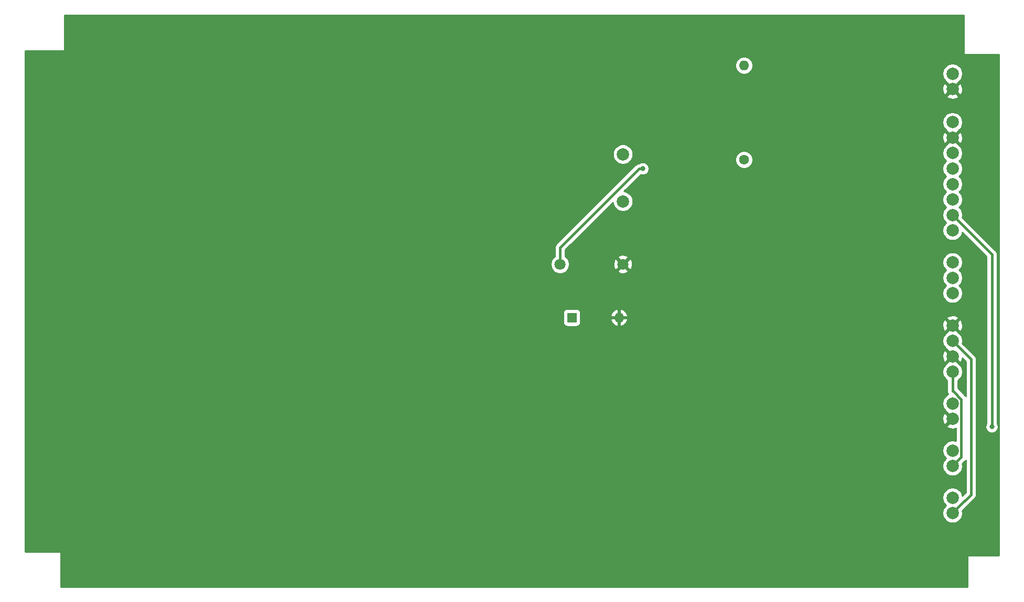
<source format=gbl>
G04 #@! TF.GenerationSoftware,KiCad,Pcbnew,(5.1.5)-3*
G04 #@! TF.CreationDate,2020-04-06T18:20:06+01:00*
G04 #@! TF.ProjectId,SafeBoard,53616665-426f-4617-9264-2e6b69636164,rev?*
G04 #@! TF.SameCoordinates,Original*
G04 #@! TF.FileFunction,Copper,L2,Bot*
G04 #@! TF.FilePolarity,Positive*
%FSLAX46Y46*%
G04 Gerber Fmt 4.6, Leading zero omitted, Abs format (unit mm)*
G04 Created by KiCad (PCBNEW (5.1.5)-3) date 2020-04-06 18:20:06*
%MOMM*%
%LPD*%
G04 APERTURE LIST*
%ADD10R,1.600000X1.600000*%
%ADD11O,1.600000X1.600000*%
%ADD12C,2.000000*%
%ADD13C,1.600000*%
%ADD14C,1.800000*%
%ADD15C,0.800000*%
%ADD16C,0.450000*%
%ADD17C,0.254000*%
G04 APERTURE END LIST*
D10*
X144742000Y-97432000D03*
D11*
X152362000Y-97432000D03*
D12*
X206210000Y-60475000D03*
X206210000Y-57975000D03*
X206210000Y-83335000D03*
X206210000Y-80835000D03*
X206210000Y-78335000D03*
X206210000Y-75835000D03*
X206210000Y-73335000D03*
X206210000Y-68335000D03*
X206210000Y-65835000D03*
X206210000Y-70835000D03*
X206210000Y-93495000D03*
X206210000Y-90995000D03*
X206210000Y-88495000D03*
X206210000Y-106195000D03*
X206210000Y-103695000D03*
X206210000Y-101195000D03*
X206210000Y-98695000D03*
X206210000Y-111315000D03*
X206210000Y-113815000D03*
X206210000Y-121435000D03*
X206210000Y-118935000D03*
X206210000Y-126555000D03*
X206210000Y-129055000D03*
D13*
X172555000Y-71905000D03*
D11*
X172555000Y-56665000D03*
D14*
X142837000Y-88796000D03*
X152997000Y-88796000D03*
D12*
X152997000Y-78636000D03*
X152997000Y-71016000D03*
D15*
X156188998Y-73335000D03*
X212560000Y-115085000D03*
D16*
X142837000Y-87523208D02*
X142837000Y-88796000D01*
X142837000Y-86121313D02*
X142837000Y-87523208D01*
X155623313Y-73335000D02*
X142837000Y-86121313D01*
X156188998Y-73335000D02*
X155623313Y-73335000D01*
X206210000Y-80835000D02*
X212560000Y-87185000D01*
X212560000Y-87185000D02*
X212560000Y-115085000D01*
X206210000Y-106195000D02*
X206210000Y-109353998D01*
X207209999Y-120435001D02*
X206210000Y-121435000D01*
X207635001Y-120009999D02*
X207209999Y-120435001D01*
X207635001Y-110630999D02*
X207635001Y-120009999D01*
X206358000Y-109353998D02*
X207635001Y-110630999D01*
X206210000Y-109353998D02*
X206358000Y-109353998D01*
X207209999Y-128055001D02*
X206210000Y-129055000D01*
X209200011Y-126064989D02*
X207209999Y-128055001D01*
X206210000Y-101195000D02*
X209200011Y-104185011D01*
X209200011Y-104185011D02*
X209200011Y-126064989D01*
D17*
G36*
X207988000Y-54760000D02*
G01*
X207990440Y-54784776D01*
X207997667Y-54808601D01*
X208009403Y-54830557D01*
X208025197Y-54849803D01*
X208044443Y-54865597D01*
X208066399Y-54877333D01*
X208090224Y-54884560D01*
X208115000Y-54887000D01*
X213703000Y-54887000D01*
X213703000Y-135913000D01*
X208750000Y-135913000D01*
X208725224Y-135915440D01*
X208701399Y-135922667D01*
X208679443Y-135934403D01*
X208660197Y-135950197D01*
X208644403Y-135969443D01*
X208632667Y-135991399D01*
X208625440Y-136015224D01*
X208623000Y-136040000D01*
X208623000Y-140993000D01*
X62192000Y-140993000D01*
X62192000Y-135405000D01*
X62189560Y-135380224D01*
X62182333Y-135356399D01*
X62170597Y-135334443D01*
X62154803Y-135315197D01*
X62135557Y-135299403D01*
X62113601Y-135287667D01*
X62089776Y-135280440D01*
X62065000Y-135278000D01*
X56477000Y-135278000D01*
X56477000Y-113877595D01*
X204568282Y-113877595D01*
X204612039Y-114196675D01*
X204717205Y-114501088D01*
X204810186Y-114675044D01*
X205074587Y-114770808D01*
X206030395Y-113815000D01*
X205074587Y-112859192D01*
X204810186Y-112954956D01*
X204669296Y-113244571D01*
X204587616Y-113556108D01*
X204568282Y-113877595D01*
X56477000Y-113877595D01*
X56477000Y-103757595D01*
X204568282Y-103757595D01*
X204612039Y-104076675D01*
X204717205Y-104381088D01*
X204810186Y-104555044D01*
X205074587Y-104650808D01*
X206030395Y-103695000D01*
X205074587Y-102739192D01*
X204810186Y-102834956D01*
X204669296Y-103124571D01*
X204587616Y-103436108D01*
X204568282Y-103757595D01*
X56477000Y-103757595D01*
X56477000Y-101033967D01*
X204575000Y-101033967D01*
X204575000Y-101356033D01*
X204637832Y-101671912D01*
X204761082Y-101969463D01*
X204940013Y-102237252D01*
X205167748Y-102464987D01*
X205264935Y-102529925D01*
X205254192Y-102559587D01*
X206210000Y-103515395D01*
X206224143Y-103501253D01*
X206403748Y-103680858D01*
X206389605Y-103695000D01*
X207345413Y-104650808D01*
X207609814Y-104555044D01*
X207750704Y-104265429D01*
X207815825Y-104017049D01*
X208340011Y-104541235D01*
X208340011Y-110134431D01*
X208246055Y-110019945D01*
X208213243Y-109993017D01*
X207070000Y-108849775D01*
X207070000Y-107586764D01*
X207252252Y-107464987D01*
X207479987Y-107237252D01*
X207658918Y-106969463D01*
X207782168Y-106671912D01*
X207845000Y-106356033D01*
X207845000Y-106033967D01*
X207782168Y-105718088D01*
X207658918Y-105420537D01*
X207479987Y-105152748D01*
X207252252Y-104925013D01*
X207155065Y-104860075D01*
X207165808Y-104830413D01*
X206210000Y-103874605D01*
X205254192Y-104830413D01*
X205264935Y-104860075D01*
X205167748Y-104925013D01*
X204940013Y-105152748D01*
X204761082Y-105420537D01*
X204637832Y-105718088D01*
X204575000Y-106033967D01*
X204575000Y-106356033D01*
X204637832Y-106671912D01*
X204761082Y-106969463D01*
X204940013Y-107237252D01*
X205167748Y-107464987D01*
X205350000Y-107586764D01*
X205350001Y-109311742D01*
X205345839Y-109353998D01*
X205362444Y-109522587D01*
X205411619Y-109684698D01*
X205491476Y-109834100D01*
X205496873Y-109840676D01*
X205435537Y-109866082D01*
X205167748Y-110045013D01*
X204940013Y-110272748D01*
X204761082Y-110540537D01*
X204637832Y-110838088D01*
X204575000Y-111153967D01*
X204575000Y-111476033D01*
X204637832Y-111791912D01*
X204761082Y-112089463D01*
X204940013Y-112357252D01*
X205167748Y-112584987D01*
X205264935Y-112649925D01*
X205254192Y-112679587D01*
X206210000Y-113635395D01*
X206224143Y-113621253D01*
X206403748Y-113800858D01*
X206389605Y-113815000D01*
X206403748Y-113829143D01*
X206224143Y-114008748D01*
X206210000Y-113994605D01*
X205254192Y-114950413D01*
X205349956Y-115214814D01*
X205639571Y-115355704D01*
X205951108Y-115437384D01*
X206272595Y-115456718D01*
X206591675Y-115412961D01*
X206775002Y-115349627D01*
X206775002Y-117399320D01*
X206686912Y-117362832D01*
X206371033Y-117300000D01*
X206048967Y-117300000D01*
X205733088Y-117362832D01*
X205435537Y-117486082D01*
X205167748Y-117665013D01*
X204940013Y-117892748D01*
X204761082Y-118160537D01*
X204637832Y-118458088D01*
X204575000Y-118773967D01*
X204575000Y-119096033D01*
X204637832Y-119411912D01*
X204761082Y-119709463D01*
X204940013Y-119977252D01*
X205147761Y-120185000D01*
X204940013Y-120392748D01*
X204761082Y-120660537D01*
X204637832Y-120958088D01*
X204575000Y-121273967D01*
X204575000Y-121596033D01*
X204637832Y-121911912D01*
X204761082Y-122209463D01*
X204940013Y-122477252D01*
X205167748Y-122704987D01*
X205435537Y-122883918D01*
X205733088Y-123007168D01*
X206048967Y-123070000D01*
X206371033Y-123070000D01*
X206686912Y-123007168D01*
X206984463Y-122883918D01*
X207252252Y-122704987D01*
X207479987Y-122477252D01*
X207658918Y-122209463D01*
X207782168Y-121911912D01*
X207845000Y-121596033D01*
X207845000Y-121273967D01*
X207802238Y-121058986D01*
X207847983Y-121013241D01*
X207847988Y-121013235D01*
X208213236Y-120647987D01*
X208246055Y-120621053D01*
X208340012Y-120506567D01*
X208340012Y-125708764D01*
X207813445Y-126235331D01*
X207782168Y-126078088D01*
X207658918Y-125780537D01*
X207479987Y-125512748D01*
X207252252Y-125285013D01*
X206984463Y-125106082D01*
X206686912Y-124982832D01*
X206371033Y-124920000D01*
X206048967Y-124920000D01*
X205733088Y-124982832D01*
X205435537Y-125106082D01*
X205167748Y-125285013D01*
X204940013Y-125512748D01*
X204761082Y-125780537D01*
X204637832Y-126078088D01*
X204575000Y-126393967D01*
X204575000Y-126716033D01*
X204637832Y-127031912D01*
X204761082Y-127329463D01*
X204940013Y-127597252D01*
X205147761Y-127805000D01*
X204940013Y-128012748D01*
X204761082Y-128280537D01*
X204637832Y-128578088D01*
X204575000Y-128893967D01*
X204575000Y-129216033D01*
X204637832Y-129531912D01*
X204761082Y-129829463D01*
X204940013Y-130097252D01*
X205167748Y-130324987D01*
X205435537Y-130503918D01*
X205733088Y-130627168D01*
X206048967Y-130690000D01*
X206371033Y-130690000D01*
X206686912Y-130627168D01*
X206984463Y-130503918D01*
X207252252Y-130324987D01*
X207479987Y-130097252D01*
X207658918Y-129829463D01*
X207782168Y-129531912D01*
X207845000Y-129216033D01*
X207845000Y-128893967D01*
X207802238Y-128678986D01*
X207847983Y-128633241D01*
X207847987Y-128633236D01*
X209778252Y-126702972D01*
X209811065Y-126676043D01*
X209918535Y-126545091D01*
X209998392Y-126395689D01*
X210047567Y-126233578D01*
X210060011Y-126107235D01*
X210060011Y-126107228D01*
X210064171Y-126064989D01*
X210060011Y-126022750D01*
X210060011Y-104227249D01*
X210064171Y-104185010D01*
X210060011Y-104142771D01*
X210060011Y-104142765D01*
X210047567Y-104016422D01*
X209998392Y-103854311D01*
X209918535Y-103704909D01*
X209811065Y-103573957D01*
X209778253Y-103547029D01*
X207802238Y-101571014D01*
X207845000Y-101356033D01*
X207845000Y-101033967D01*
X207782168Y-100718088D01*
X207658918Y-100420537D01*
X207479987Y-100152748D01*
X207252252Y-99925013D01*
X207155065Y-99860075D01*
X207165808Y-99830413D01*
X206210000Y-98874605D01*
X205254192Y-99830413D01*
X205264935Y-99860075D01*
X205167748Y-99925013D01*
X204940013Y-100152748D01*
X204761082Y-100420537D01*
X204637832Y-100718088D01*
X204575000Y-101033967D01*
X56477000Y-101033967D01*
X56477000Y-96632000D01*
X143303928Y-96632000D01*
X143303928Y-98232000D01*
X143316188Y-98356482D01*
X143352498Y-98476180D01*
X143411463Y-98586494D01*
X143490815Y-98683185D01*
X143587506Y-98762537D01*
X143697820Y-98821502D01*
X143817518Y-98857812D01*
X143942000Y-98870072D01*
X145542000Y-98870072D01*
X145666482Y-98857812D01*
X145786180Y-98821502D01*
X145896494Y-98762537D01*
X145993185Y-98683185D01*
X146072537Y-98586494D01*
X146131502Y-98476180D01*
X146167812Y-98356482D01*
X146180072Y-98232000D01*
X146180072Y-97781039D01*
X150970096Y-97781039D01*
X151010754Y-97915087D01*
X151130963Y-98169420D01*
X151298481Y-98395414D01*
X151506869Y-98584385D01*
X151748119Y-98729070D01*
X152012960Y-98823909D01*
X152235000Y-98702624D01*
X152235000Y-97559000D01*
X152489000Y-97559000D01*
X152489000Y-98702624D01*
X152711040Y-98823909D01*
X152896224Y-98757595D01*
X204568282Y-98757595D01*
X204612039Y-99076675D01*
X204717205Y-99381088D01*
X204810186Y-99555044D01*
X205074587Y-99650808D01*
X206030395Y-98695000D01*
X206389605Y-98695000D01*
X207345413Y-99650808D01*
X207609814Y-99555044D01*
X207750704Y-99265429D01*
X207832384Y-98953892D01*
X207851718Y-98632405D01*
X207807961Y-98313325D01*
X207702795Y-98008912D01*
X207609814Y-97834956D01*
X207345413Y-97739192D01*
X206389605Y-98695000D01*
X206030395Y-98695000D01*
X205074587Y-97739192D01*
X204810186Y-97834956D01*
X204669296Y-98124571D01*
X204587616Y-98436108D01*
X204568282Y-98757595D01*
X152896224Y-98757595D01*
X152975881Y-98729070D01*
X153217131Y-98584385D01*
X153425519Y-98395414D01*
X153593037Y-98169420D01*
X153713246Y-97915087D01*
X153753904Y-97781039D01*
X153632238Y-97559587D01*
X205254192Y-97559587D01*
X206210000Y-98515395D01*
X207165808Y-97559587D01*
X207070044Y-97295186D01*
X206780429Y-97154296D01*
X206468892Y-97072616D01*
X206147405Y-97053282D01*
X205828325Y-97097039D01*
X205523912Y-97202205D01*
X205349956Y-97295186D01*
X205254192Y-97559587D01*
X153632238Y-97559587D01*
X153631915Y-97559000D01*
X152489000Y-97559000D01*
X152235000Y-97559000D01*
X151092085Y-97559000D01*
X150970096Y-97781039D01*
X146180072Y-97781039D01*
X146180072Y-97082961D01*
X150970096Y-97082961D01*
X151092085Y-97305000D01*
X152235000Y-97305000D01*
X152235000Y-96161376D01*
X152489000Y-96161376D01*
X152489000Y-97305000D01*
X153631915Y-97305000D01*
X153753904Y-97082961D01*
X153713246Y-96948913D01*
X153593037Y-96694580D01*
X153425519Y-96468586D01*
X153217131Y-96279615D01*
X152975881Y-96134930D01*
X152711040Y-96040091D01*
X152489000Y-96161376D01*
X152235000Y-96161376D01*
X152012960Y-96040091D01*
X151748119Y-96134930D01*
X151506869Y-96279615D01*
X151298481Y-96468586D01*
X151130963Y-96694580D01*
X151010754Y-96948913D01*
X150970096Y-97082961D01*
X146180072Y-97082961D01*
X146180072Y-96632000D01*
X146167812Y-96507518D01*
X146131502Y-96387820D01*
X146072537Y-96277506D01*
X145993185Y-96180815D01*
X145896494Y-96101463D01*
X145786180Y-96042498D01*
X145666482Y-96006188D01*
X145542000Y-95993928D01*
X143942000Y-95993928D01*
X143817518Y-96006188D01*
X143697820Y-96042498D01*
X143587506Y-96101463D01*
X143490815Y-96180815D01*
X143411463Y-96277506D01*
X143352498Y-96387820D01*
X143316188Y-96507518D01*
X143303928Y-96632000D01*
X56477000Y-96632000D01*
X56477000Y-88644816D01*
X141302000Y-88644816D01*
X141302000Y-88947184D01*
X141360989Y-89243743D01*
X141476701Y-89523095D01*
X141644688Y-89774505D01*
X141858495Y-89988312D01*
X142109905Y-90156299D01*
X142389257Y-90272011D01*
X142685816Y-90331000D01*
X142988184Y-90331000D01*
X143284743Y-90272011D01*
X143564095Y-90156299D01*
X143815505Y-89988312D01*
X143943737Y-89860080D01*
X152112525Y-89860080D01*
X152196208Y-90114261D01*
X152468775Y-90245158D01*
X152761642Y-90320365D01*
X153063553Y-90336991D01*
X153362907Y-90294397D01*
X153648199Y-90194222D01*
X153797792Y-90114261D01*
X153881475Y-89860080D01*
X152997000Y-88975605D01*
X152112525Y-89860080D01*
X143943737Y-89860080D01*
X144029312Y-89774505D01*
X144197299Y-89523095D01*
X144313011Y-89243743D01*
X144372000Y-88947184D01*
X144372000Y-88862553D01*
X151456009Y-88862553D01*
X151498603Y-89161907D01*
X151598778Y-89447199D01*
X151678739Y-89596792D01*
X151932920Y-89680475D01*
X152817395Y-88796000D01*
X153176605Y-88796000D01*
X154061080Y-89680475D01*
X154315261Y-89596792D01*
X154446158Y-89324225D01*
X154521365Y-89031358D01*
X154537991Y-88729447D01*
X154495397Y-88430093D01*
X154461645Y-88333967D01*
X204575000Y-88333967D01*
X204575000Y-88656033D01*
X204637832Y-88971912D01*
X204761082Y-89269463D01*
X204940013Y-89537252D01*
X205147761Y-89745000D01*
X204940013Y-89952748D01*
X204761082Y-90220537D01*
X204637832Y-90518088D01*
X204575000Y-90833967D01*
X204575000Y-91156033D01*
X204637832Y-91471912D01*
X204761082Y-91769463D01*
X204940013Y-92037252D01*
X205147761Y-92245000D01*
X204940013Y-92452748D01*
X204761082Y-92720537D01*
X204637832Y-93018088D01*
X204575000Y-93333967D01*
X204575000Y-93656033D01*
X204637832Y-93971912D01*
X204761082Y-94269463D01*
X204940013Y-94537252D01*
X205167748Y-94764987D01*
X205435537Y-94943918D01*
X205733088Y-95067168D01*
X206048967Y-95130000D01*
X206371033Y-95130000D01*
X206686912Y-95067168D01*
X206984463Y-94943918D01*
X207252252Y-94764987D01*
X207479987Y-94537252D01*
X207658918Y-94269463D01*
X207782168Y-93971912D01*
X207845000Y-93656033D01*
X207845000Y-93333967D01*
X207782168Y-93018088D01*
X207658918Y-92720537D01*
X207479987Y-92452748D01*
X207272239Y-92245000D01*
X207479987Y-92037252D01*
X207658918Y-91769463D01*
X207782168Y-91471912D01*
X207845000Y-91156033D01*
X207845000Y-90833967D01*
X207782168Y-90518088D01*
X207658918Y-90220537D01*
X207479987Y-89952748D01*
X207272239Y-89745000D01*
X207479987Y-89537252D01*
X207658918Y-89269463D01*
X207782168Y-88971912D01*
X207845000Y-88656033D01*
X207845000Y-88333967D01*
X207782168Y-88018088D01*
X207658918Y-87720537D01*
X207479987Y-87452748D01*
X207252252Y-87225013D01*
X206984463Y-87046082D01*
X206686912Y-86922832D01*
X206371033Y-86860000D01*
X206048967Y-86860000D01*
X205733088Y-86922832D01*
X205435537Y-87046082D01*
X205167748Y-87225013D01*
X204940013Y-87452748D01*
X204761082Y-87720537D01*
X204637832Y-88018088D01*
X204575000Y-88333967D01*
X154461645Y-88333967D01*
X154395222Y-88144801D01*
X154315261Y-87995208D01*
X154061080Y-87911525D01*
X153176605Y-88796000D01*
X152817395Y-88796000D01*
X151932920Y-87911525D01*
X151678739Y-87995208D01*
X151547842Y-88267775D01*
X151472635Y-88560642D01*
X151456009Y-88862553D01*
X144372000Y-88862553D01*
X144372000Y-88644816D01*
X144313011Y-88348257D01*
X144197299Y-88068905D01*
X144029312Y-87817495D01*
X143943737Y-87731920D01*
X152112525Y-87731920D01*
X152997000Y-88616395D01*
X153881475Y-87731920D01*
X153797792Y-87477739D01*
X153525225Y-87346842D01*
X153232358Y-87271635D01*
X152930447Y-87255009D01*
X152631093Y-87297603D01*
X152345801Y-87397778D01*
X152196208Y-87477739D01*
X152112525Y-87731920D01*
X143943737Y-87731920D01*
X143815505Y-87603688D01*
X143697000Y-87524505D01*
X143697000Y-86477536D01*
X151364572Y-78809964D01*
X151424832Y-79112912D01*
X151548082Y-79410463D01*
X151727013Y-79678252D01*
X151954748Y-79905987D01*
X152222537Y-80084918D01*
X152520088Y-80208168D01*
X152835967Y-80271000D01*
X153158033Y-80271000D01*
X153473912Y-80208168D01*
X153771463Y-80084918D01*
X154039252Y-79905987D01*
X154266987Y-79678252D01*
X154445918Y-79410463D01*
X154569168Y-79112912D01*
X154632000Y-78797033D01*
X154632000Y-78474967D01*
X154569168Y-78159088D01*
X154445918Y-77861537D01*
X154266987Y-77593748D01*
X154039252Y-77366013D01*
X153771463Y-77187082D01*
X153473912Y-77063832D01*
X153170965Y-77003572D01*
X155856844Y-74317693D01*
X155887100Y-74330226D01*
X156087059Y-74370000D01*
X156290937Y-74370000D01*
X156490896Y-74330226D01*
X156679254Y-74252205D01*
X156848772Y-74138937D01*
X156992935Y-73994774D01*
X157106203Y-73825256D01*
X157184224Y-73636898D01*
X157223998Y-73436939D01*
X157223998Y-73233061D01*
X157184224Y-73033102D01*
X157106203Y-72844744D01*
X156992935Y-72675226D01*
X156848772Y-72531063D01*
X156679254Y-72417795D01*
X156490896Y-72339774D01*
X156290937Y-72300000D01*
X156087059Y-72300000D01*
X155887100Y-72339774D01*
X155698742Y-72417795D01*
X155618670Y-72471297D01*
X155581073Y-72475000D01*
X155581067Y-72475000D01*
X155471871Y-72485755D01*
X155454723Y-72487444D01*
X155405548Y-72502361D01*
X155292613Y-72536619D01*
X155143211Y-72616476D01*
X155012259Y-72723946D01*
X154985330Y-72756759D01*
X142258765Y-85483325D01*
X142225946Y-85510259D01*
X142118476Y-85641212D01*
X142038619Y-85790614D01*
X141989444Y-85952725D01*
X141977000Y-86079068D01*
X141977000Y-86079074D01*
X141972840Y-86121313D01*
X141977000Y-86163552D01*
X141977001Y-87480953D01*
X141977000Y-87480963D01*
X141977000Y-87524505D01*
X141858495Y-87603688D01*
X141644688Y-87817495D01*
X141476701Y-88068905D01*
X141360989Y-88348257D01*
X141302000Y-88644816D01*
X56477000Y-88644816D01*
X56477000Y-70854967D01*
X151362000Y-70854967D01*
X151362000Y-71177033D01*
X151424832Y-71492912D01*
X151548082Y-71790463D01*
X151727013Y-72058252D01*
X151954748Y-72285987D01*
X152222537Y-72464918D01*
X152520088Y-72588168D01*
X152835967Y-72651000D01*
X153158033Y-72651000D01*
X153473912Y-72588168D01*
X153771463Y-72464918D01*
X154039252Y-72285987D01*
X154266987Y-72058252D01*
X154445918Y-71790463D01*
X154457018Y-71763665D01*
X171120000Y-71763665D01*
X171120000Y-72046335D01*
X171175147Y-72323574D01*
X171283320Y-72584727D01*
X171440363Y-72819759D01*
X171640241Y-73019637D01*
X171875273Y-73176680D01*
X172136426Y-73284853D01*
X172413665Y-73340000D01*
X172696335Y-73340000D01*
X172973574Y-73284853D01*
X173234727Y-73176680D01*
X173469759Y-73019637D01*
X173669637Y-72819759D01*
X173826680Y-72584727D01*
X173934853Y-72323574D01*
X173990000Y-72046335D01*
X173990000Y-71763665D01*
X173934853Y-71486426D01*
X173826680Y-71225273D01*
X173669637Y-70990241D01*
X173469759Y-70790363D01*
X173295560Y-70673967D01*
X204575000Y-70673967D01*
X204575000Y-70996033D01*
X204637832Y-71311912D01*
X204761082Y-71609463D01*
X204940013Y-71877252D01*
X205147761Y-72085000D01*
X204940013Y-72292748D01*
X204761082Y-72560537D01*
X204637832Y-72858088D01*
X204575000Y-73173967D01*
X204575000Y-73496033D01*
X204637832Y-73811912D01*
X204761082Y-74109463D01*
X204940013Y-74377252D01*
X205147761Y-74585000D01*
X204940013Y-74792748D01*
X204761082Y-75060537D01*
X204637832Y-75358088D01*
X204575000Y-75673967D01*
X204575000Y-75996033D01*
X204637832Y-76311912D01*
X204761082Y-76609463D01*
X204940013Y-76877252D01*
X205147761Y-77085000D01*
X204940013Y-77292748D01*
X204761082Y-77560537D01*
X204637832Y-77858088D01*
X204575000Y-78173967D01*
X204575000Y-78496033D01*
X204637832Y-78811912D01*
X204761082Y-79109463D01*
X204940013Y-79377252D01*
X205147761Y-79585000D01*
X204940013Y-79792748D01*
X204761082Y-80060537D01*
X204637832Y-80358088D01*
X204575000Y-80673967D01*
X204575000Y-80996033D01*
X204637832Y-81311912D01*
X204761082Y-81609463D01*
X204940013Y-81877252D01*
X205147761Y-82085000D01*
X204940013Y-82292748D01*
X204761082Y-82560537D01*
X204637832Y-82858088D01*
X204575000Y-83173967D01*
X204575000Y-83496033D01*
X204637832Y-83811912D01*
X204761082Y-84109463D01*
X204940013Y-84377252D01*
X205167748Y-84604987D01*
X205435537Y-84783918D01*
X205733088Y-84907168D01*
X206048967Y-84970000D01*
X206371033Y-84970000D01*
X206686912Y-84907168D01*
X206984463Y-84783918D01*
X207252252Y-84604987D01*
X207479987Y-84377252D01*
X207658918Y-84109463D01*
X207782168Y-83811912D01*
X207813445Y-83654669D01*
X211700000Y-87541224D01*
X211700001Y-114509129D01*
X211642795Y-114594744D01*
X211564774Y-114783102D01*
X211525000Y-114983061D01*
X211525000Y-115186939D01*
X211564774Y-115386898D01*
X211642795Y-115575256D01*
X211756063Y-115744774D01*
X211900226Y-115888937D01*
X212069744Y-116002205D01*
X212258102Y-116080226D01*
X212458061Y-116120000D01*
X212661939Y-116120000D01*
X212861898Y-116080226D01*
X213050256Y-116002205D01*
X213219774Y-115888937D01*
X213363937Y-115744774D01*
X213477205Y-115575256D01*
X213555226Y-115386898D01*
X213595000Y-115186939D01*
X213595000Y-114983061D01*
X213555226Y-114783102D01*
X213477205Y-114594744D01*
X213420000Y-114509130D01*
X213420000Y-87227238D01*
X213424160Y-87184999D01*
X213420000Y-87142760D01*
X213420000Y-87142754D01*
X213407556Y-87016411D01*
X213358381Y-86854300D01*
X213278524Y-86704898D01*
X213171054Y-86573946D01*
X213138242Y-86547018D01*
X207802238Y-81211015D01*
X207845000Y-80996033D01*
X207845000Y-80673967D01*
X207782168Y-80358088D01*
X207658918Y-80060537D01*
X207479987Y-79792748D01*
X207272239Y-79585000D01*
X207479987Y-79377252D01*
X207658918Y-79109463D01*
X207782168Y-78811912D01*
X207845000Y-78496033D01*
X207845000Y-78173967D01*
X207782168Y-77858088D01*
X207658918Y-77560537D01*
X207479987Y-77292748D01*
X207272239Y-77085000D01*
X207479987Y-76877252D01*
X207658918Y-76609463D01*
X207782168Y-76311912D01*
X207845000Y-75996033D01*
X207845000Y-75673967D01*
X207782168Y-75358088D01*
X207658918Y-75060537D01*
X207479987Y-74792748D01*
X207272239Y-74585000D01*
X207479987Y-74377252D01*
X207658918Y-74109463D01*
X207782168Y-73811912D01*
X207845000Y-73496033D01*
X207845000Y-73173967D01*
X207782168Y-72858088D01*
X207658918Y-72560537D01*
X207479987Y-72292748D01*
X207272239Y-72085000D01*
X207479987Y-71877252D01*
X207658918Y-71609463D01*
X207782168Y-71311912D01*
X207845000Y-70996033D01*
X207845000Y-70673967D01*
X207782168Y-70358088D01*
X207658918Y-70060537D01*
X207479987Y-69792748D01*
X207252252Y-69565013D01*
X207155065Y-69500075D01*
X207165808Y-69470413D01*
X206210000Y-68514605D01*
X205254192Y-69470413D01*
X205264935Y-69500075D01*
X205167748Y-69565013D01*
X204940013Y-69792748D01*
X204761082Y-70060537D01*
X204637832Y-70358088D01*
X204575000Y-70673967D01*
X173295560Y-70673967D01*
X173234727Y-70633320D01*
X172973574Y-70525147D01*
X172696335Y-70470000D01*
X172413665Y-70470000D01*
X172136426Y-70525147D01*
X171875273Y-70633320D01*
X171640241Y-70790363D01*
X171440363Y-70990241D01*
X171283320Y-71225273D01*
X171175147Y-71486426D01*
X171120000Y-71763665D01*
X154457018Y-71763665D01*
X154569168Y-71492912D01*
X154632000Y-71177033D01*
X154632000Y-70854967D01*
X154569168Y-70539088D01*
X154445918Y-70241537D01*
X154266987Y-69973748D01*
X154039252Y-69746013D01*
X153771463Y-69567082D01*
X153473912Y-69443832D01*
X153158033Y-69381000D01*
X152835967Y-69381000D01*
X152520088Y-69443832D01*
X152222537Y-69567082D01*
X151954748Y-69746013D01*
X151727013Y-69973748D01*
X151548082Y-70241537D01*
X151424832Y-70539088D01*
X151362000Y-70854967D01*
X56477000Y-70854967D01*
X56477000Y-68397595D01*
X204568282Y-68397595D01*
X204612039Y-68716675D01*
X204717205Y-69021088D01*
X204810186Y-69195044D01*
X205074587Y-69290808D01*
X206030395Y-68335000D01*
X206389605Y-68335000D01*
X207345413Y-69290808D01*
X207609814Y-69195044D01*
X207750704Y-68905429D01*
X207832384Y-68593892D01*
X207851718Y-68272405D01*
X207807961Y-67953325D01*
X207702795Y-67648912D01*
X207609814Y-67474956D01*
X207345413Y-67379192D01*
X206389605Y-68335000D01*
X206030395Y-68335000D01*
X205074587Y-67379192D01*
X204810186Y-67474956D01*
X204669296Y-67764571D01*
X204587616Y-68076108D01*
X204568282Y-68397595D01*
X56477000Y-68397595D01*
X56477000Y-65673967D01*
X204575000Y-65673967D01*
X204575000Y-65996033D01*
X204637832Y-66311912D01*
X204761082Y-66609463D01*
X204940013Y-66877252D01*
X205167748Y-67104987D01*
X205264935Y-67169925D01*
X205254192Y-67199587D01*
X206210000Y-68155395D01*
X207165808Y-67199587D01*
X207155065Y-67169925D01*
X207252252Y-67104987D01*
X207479987Y-66877252D01*
X207658918Y-66609463D01*
X207782168Y-66311912D01*
X207845000Y-65996033D01*
X207845000Y-65673967D01*
X207782168Y-65358088D01*
X207658918Y-65060537D01*
X207479987Y-64792748D01*
X207252252Y-64565013D01*
X206984463Y-64386082D01*
X206686912Y-64262832D01*
X206371033Y-64200000D01*
X206048967Y-64200000D01*
X205733088Y-64262832D01*
X205435537Y-64386082D01*
X205167748Y-64565013D01*
X204940013Y-64792748D01*
X204761082Y-65060537D01*
X204637832Y-65358088D01*
X204575000Y-65673967D01*
X56477000Y-65673967D01*
X56477000Y-61610413D01*
X205254192Y-61610413D01*
X205349956Y-61874814D01*
X205639571Y-62015704D01*
X205951108Y-62097384D01*
X206272595Y-62116718D01*
X206591675Y-62072961D01*
X206896088Y-61967795D01*
X207070044Y-61874814D01*
X207165808Y-61610413D01*
X206210000Y-60654605D01*
X205254192Y-61610413D01*
X56477000Y-61610413D01*
X56477000Y-60537595D01*
X204568282Y-60537595D01*
X204612039Y-60856675D01*
X204717205Y-61161088D01*
X204810186Y-61335044D01*
X205074587Y-61430808D01*
X206030395Y-60475000D01*
X206389605Y-60475000D01*
X207345413Y-61430808D01*
X207609814Y-61335044D01*
X207750704Y-61045429D01*
X207832384Y-60733892D01*
X207851718Y-60412405D01*
X207807961Y-60093325D01*
X207702795Y-59788912D01*
X207609814Y-59614956D01*
X207345413Y-59519192D01*
X206389605Y-60475000D01*
X206030395Y-60475000D01*
X205074587Y-59519192D01*
X204810186Y-59614956D01*
X204669296Y-59904571D01*
X204587616Y-60216108D01*
X204568282Y-60537595D01*
X56477000Y-60537595D01*
X56477000Y-56523665D01*
X171120000Y-56523665D01*
X171120000Y-56806335D01*
X171175147Y-57083574D01*
X171283320Y-57344727D01*
X171440363Y-57579759D01*
X171640241Y-57779637D01*
X171875273Y-57936680D01*
X172136426Y-58044853D01*
X172413665Y-58100000D01*
X172696335Y-58100000D01*
X172973574Y-58044853D01*
X173234727Y-57936680D01*
X173418380Y-57813967D01*
X204575000Y-57813967D01*
X204575000Y-58136033D01*
X204637832Y-58451912D01*
X204761082Y-58749463D01*
X204940013Y-59017252D01*
X205167748Y-59244987D01*
X205264935Y-59309925D01*
X205254192Y-59339587D01*
X206210000Y-60295395D01*
X207165808Y-59339587D01*
X207155065Y-59309925D01*
X207252252Y-59244987D01*
X207479987Y-59017252D01*
X207658918Y-58749463D01*
X207782168Y-58451912D01*
X207845000Y-58136033D01*
X207845000Y-57813967D01*
X207782168Y-57498088D01*
X207658918Y-57200537D01*
X207479987Y-56932748D01*
X207252252Y-56705013D01*
X206984463Y-56526082D01*
X206686912Y-56402832D01*
X206371033Y-56340000D01*
X206048967Y-56340000D01*
X205733088Y-56402832D01*
X205435537Y-56526082D01*
X205167748Y-56705013D01*
X204940013Y-56932748D01*
X204761082Y-57200537D01*
X204637832Y-57498088D01*
X204575000Y-57813967D01*
X173418380Y-57813967D01*
X173469759Y-57779637D01*
X173669637Y-57579759D01*
X173826680Y-57344727D01*
X173934853Y-57083574D01*
X173990000Y-56806335D01*
X173990000Y-56523665D01*
X173934853Y-56246426D01*
X173826680Y-55985273D01*
X173669637Y-55750241D01*
X173469759Y-55550363D01*
X173234727Y-55393320D01*
X172973574Y-55285147D01*
X172696335Y-55230000D01*
X172413665Y-55230000D01*
X172136426Y-55285147D01*
X171875273Y-55393320D01*
X171640241Y-55550363D01*
X171440363Y-55750241D01*
X171283320Y-55985273D01*
X171175147Y-56246426D01*
X171120000Y-56523665D01*
X56477000Y-56523665D01*
X56477000Y-54252000D01*
X62700000Y-54252000D01*
X62724776Y-54249560D01*
X62748601Y-54242333D01*
X62770557Y-54230597D01*
X62789803Y-54214803D01*
X62805597Y-54195557D01*
X62817333Y-54173601D01*
X62824560Y-54149776D01*
X62827000Y-54125000D01*
X62827000Y-48537000D01*
X207988000Y-48537000D01*
X207988000Y-54760000D01*
G37*
X207988000Y-54760000D02*
X207990440Y-54784776D01*
X207997667Y-54808601D01*
X208009403Y-54830557D01*
X208025197Y-54849803D01*
X208044443Y-54865597D01*
X208066399Y-54877333D01*
X208090224Y-54884560D01*
X208115000Y-54887000D01*
X213703000Y-54887000D01*
X213703000Y-135913000D01*
X208750000Y-135913000D01*
X208725224Y-135915440D01*
X208701399Y-135922667D01*
X208679443Y-135934403D01*
X208660197Y-135950197D01*
X208644403Y-135969443D01*
X208632667Y-135991399D01*
X208625440Y-136015224D01*
X208623000Y-136040000D01*
X208623000Y-140993000D01*
X62192000Y-140993000D01*
X62192000Y-135405000D01*
X62189560Y-135380224D01*
X62182333Y-135356399D01*
X62170597Y-135334443D01*
X62154803Y-135315197D01*
X62135557Y-135299403D01*
X62113601Y-135287667D01*
X62089776Y-135280440D01*
X62065000Y-135278000D01*
X56477000Y-135278000D01*
X56477000Y-113877595D01*
X204568282Y-113877595D01*
X204612039Y-114196675D01*
X204717205Y-114501088D01*
X204810186Y-114675044D01*
X205074587Y-114770808D01*
X206030395Y-113815000D01*
X205074587Y-112859192D01*
X204810186Y-112954956D01*
X204669296Y-113244571D01*
X204587616Y-113556108D01*
X204568282Y-113877595D01*
X56477000Y-113877595D01*
X56477000Y-103757595D01*
X204568282Y-103757595D01*
X204612039Y-104076675D01*
X204717205Y-104381088D01*
X204810186Y-104555044D01*
X205074587Y-104650808D01*
X206030395Y-103695000D01*
X205074587Y-102739192D01*
X204810186Y-102834956D01*
X204669296Y-103124571D01*
X204587616Y-103436108D01*
X204568282Y-103757595D01*
X56477000Y-103757595D01*
X56477000Y-101033967D01*
X204575000Y-101033967D01*
X204575000Y-101356033D01*
X204637832Y-101671912D01*
X204761082Y-101969463D01*
X204940013Y-102237252D01*
X205167748Y-102464987D01*
X205264935Y-102529925D01*
X205254192Y-102559587D01*
X206210000Y-103515395D01*
X206224143Y-103501253D01*
X206403748Y-103680858D01*
X206389605Y-103695000D01*
X207345413Y-104650808D01*
X207609814Y-104555044D01*
X207750704Y-104265429D01*
X207815825Y-104017049D01*
X208340011Y-104541235D01*
X208340011Y-110134431D01*
X208246055Y-110019945D01*
X208213243Y-109993017D01*
X207070000Y-108849775D01*
X207070000Y-107586764D01*
X207252252Y-107464987D01*
X207479987Y-107237252D01*
X207658918Y-106969463D01*
X207782168Y-106671912D01*
X207845000Y-106356033D01*
X207845000Y-106033967D01*
X207782168Y-105718088D01*
X207658918Y-105420537D01*
X207479987Y-105152748D01*
X207252252Y-104925013D01*
X207155065Y-104860075D01*
X207165808Y-104830413D01*
X206210000Y-103874605D01*
X205254192Y-104830413D01*
X205264935Y-104860075D01*
X205167748Y-104925013D01*
X204940013Y-105152748D01*
X204761082Y-105420537D01*
X204637832Y-105718088D01*
X204575000Y-106033967D01*
X204575000Y-106356033D01*
X204637832Y-106671912D01*
X204761082Y-106969463D01*
X204940013Y-107237252D01*
X205167748Y-107464987D01*
X205350000Y-107586764D01*
X205350001Y-109311742D01*
X205345839Y-109353998D01*
X205362444Y-109522587D01*
X205411619Y-109684698D01*
X205491476Y-109834100D01*
X205496873Y-109840676D01*
X205435537Y-109866082D01*
X205167748Y-110045013D01*
X204940013Y-110272748D01*
X204761082Y-110540537D01*
X204637832Y-110838088D01*
X204575000Y-111153967D01*
X204575000Y-111476033D01*
X204637832Y-111791912D01*
X204761082Y-112089463D01*
X204940013Y-112357252D01*
X205167748Y-112584987D01*
X205264935Y-112649925D01*
X205254192Y-112679587D01*
X206210000Y-113635395D01*
X206224143Y-113621253D01*
X206403748Y-113800858D01*
X206389605Y-113815000D01*
X206403748Y-113829143D01*
X206224143Y-114008748D01*
X206210000Y-113994605D01*
X205254192Y-114950413D01*
X205349956Y-115214814D01*
X205639571Y-115355704D01*
X205951108Y-115437384D01*
X206272595Y-115456718D01*
X206591675Y-115412961D01*
X206775002Y-115349627D01*
X206775002Y-117399320D01*
X206686912Y-117362832D01*
X206371033Y-117300000D01*
X206048967Y-117300000D01*
X205733088Y-117362832D01*
X205435537Y-117486082D01*
X205167748Y-117665013D01*
X204940013Y-117892748D01*
X204761082Y-118160537D01*
X204637832Y-118458088D01*
X204575000Y-118773967D01*
X204575000Y-119096033D01*
X204637832Y-119411912D01*
X204761082Y-119709463D01*
X204940013Y-119977252D01*
X205147761Y-120185000D01*
X204940013Y-120392748D01*
X204761082Y-120660537D01*
X204637832Y-120958088D01*
X204575000Y-121273967D01*
X204575000Y-121596033D01*
X204637832Y-121911912D01*
X204761082Y-122209463D01*
X204940013Y-122477252D01*
X205167748Y-122704987D01*
X205435537Y-122883918D01*
X205733088Y-123007168D01*
X206048967Y-123070000D01*
X206371033Y-123070000D01*
X206686912Y-123007168D01*
X206984463Y-122883918D01*
X207252252Y-122704987D01*
X207479987Y-122477252D01*
X207658918Y-122209463D01*
X207782168Y-121911912D01*
X207845000Y-121596033D01*
X207845000Y-121273967D01*
X207802238Y-121058986D01*
X207847983Y-121013241D01*
X207847988Y-121013235D01*
X208213236Y-120647987D01*
X208246055Y-120621053D01*
X208340012Y-120506567D01*
X208340012Y-125708764D01*
X207813445Y-126235331D01*
X207782168Y-126078088D01*
X207658918Y-125780537D01*
X207479987Y-125512748D01*
X207252252Y-125285013D01*
X206984463Y-125106082D01*
X206686912Y-124982832D01*
X206371033Y-124920000D01*
X206048967Y-124920000D01*
X205733088Y-124982832D01*
X205435537Y-125106082D01*
X205167748Y-125285013D01*
X204940013Y-125512748D01*
X204761082Y-125780537D01*
X204637832Y-126078088D01*
X204575000Y-126393967D01*
X204575000Y-126716033D01*
X204637832Y-127031912D01*
X204761082Y-127329463D01*
X204940013Y-127597252D01*
X205147761Y-127805000D01*
X204940013Y-128012748D01*
X204761082Y-128280537D01*
X204637832Y-128578088D01*
X204575000Y-128893967D01*
X204575000Y-129216033D01*
X204637832Y-129531912D01*
X204761082Y-129829463D01*
X204940013Y-130097252D01*
X205167748Y-130324987D01*
X205435537Y-130503918D01*
X205733088Y-130627168D01*
X206048967Y-130690000D01*
X206371033Y-130690000D01*
X206686912Y-130627168D01*
X206984463Y-130503918D01*
X207252252Y-130324987D01*
X207479987Y-130097252D01*
X207658918Y-129829463D01*
X207782168Y-129531912D01*
X207845000Y-129216033D01*
X207845000Y-128893967D01*
X207802238Y-128678986D01*
X207847983Y-128633241D01*
X207847987Y-128633236D01*
X209778252Y-126702972D01*
X209811065Y-126676043D01*
X209918535Y-126545091D01*
X209998392Y-126395689D01*
X210047567Y-126233578D01*
X210060011Y-126107235D01*
X210060011Y-126107228D01*
X210064171Y-126064989D01*
X210060011Y-126022750D01*
X210060011Y-104227249D01*
X210064171Y-104185010D01*
X210060011Y-104142771D01*
X210060011Y-104142765D01*
X210047567Y-104016422D01*
X209998392Y-103854311D01*
X209918535Y-103704909D01*
X209811065Y-103573957D01*
X209778253Y-103547029D01*
X207802238Y-101571014D01*
X207845000Y-101356033D01*
X207845000Y-101033967D01*
X207782168Y-100718088D01*
X207658918Y-100420537D01*
X207479987Y-100152748D01*
X207252252Y-99925013D01*
X207155065Y-99860075D01*
X207165808Y-99830413D01*
X206210000Y-98874605D01*
X205254192Y-99830413D01*
X205264935Y-99860075D01*
X205167748Y-99925013D01*
X204940013Y-100152748D01*
X204761082Y-100420537D01*
X204637832Y-100718088D01*
X204575000Y-101033967D01*
X56477000Y-101033967D01*
X56477000Y-96632000D01*
X143303928Y-96632000D01*
X143303928Y-98232000D01*
X143316188Y-98356482D01*
X143352498Y-98476180D01*
X143411463Y-98586494D01*
X143490815Y-98683185D01*
X143587506Y-98762537D01*
X143697820Y-98821502D01*
X143817518Y-98857812D01*
X143942000Y-98870072D01*
X145542000Y-98870072D01*
X145666482Y-98857812D01*
X145786180Y-98821502D01*
X145896494Y-98762537D01*
X145993185Y-98683185D01*
X146072537Y-98586494D01*
X146131502Y-98476180D01*
X146167812Y-98356482D01*
X146180072Y-98232000D01*
X146180072Y-97781039D01*
X150970096Y-97781039D01*
X151010754Y-97915087D01*
X151130963Y-98169420D01*
X151298481Y-98395414D01*
X151506869Y-98584385D01*
X151748119Y-98729070D01*
X152012960Y-98823909D01*
X152235000Y-98702624D01*
X152235000Y-97559000D01*
X152489000Y-97559000D01*
X152489000Y-98702624D01*
X152711040Y-98823909D01*
X152896224Y-98757595D01*
X204568282Y-98757595D01*
X204612039Y-99076675D01*
X204717205Y-99381088D01*
X204810186Y-99555044D01*
X205074587Y-99650808D01*
X206030395Y-98695000D01*
X206389605Y-98695000D01*
X207345413Y-99650808D01*
X207609814Y-99555044D01*
X207750704Y-99265429D01*
X207832384Y-98953892D01*
X207851718Y-98632405D01*
X207807961Y-98313325D01*
X207702795Y-98008912D01*
X207609814Y-97834956D01*
X207345413Y-97739192D01*
X206389605Y-98695000D01*
X206030395Y-98695000D01*
X205074587Y-97739192D01*
X204810186Y-97834956D01*
X204669296Y-98124571D01*
X204587616Y-98436108D01*
X204568282Y-98757595D01*
X152896224Y-98757595D01*
X152975881Y-98729070D01*
X153217131Y-98584385D01*
X153425519Y-98395414D01*
X153593037Y-98169420D01*
X153713246Y-97915087D01*
X153753904Y-97781039D01*
X153632238Y-97559587D01*
X205254192Y-97559587D01*
X206210000Y-98515395D01*
X207165808Y-97559587D01*
X207070044Y-97295186D01*
X206780429Y-97154296D01*
X206468892Y-97072616D01*
X206147405Y-97053282D01*
X205828325Y-97097039D01*
X205523912Y-97202205D01*
X205349956Y-97295186D01*
X205254192Y-97559587D01*
X153632238Y-97559587D01*
X153631915Y-97559000D01*
X152489000Y-97559000D01*
X152235000Y-97559000D01*
X151092085Y-97559000D01*
X150970096Y-97781039D01*
X146180072Y-97781039D01*
X146180072Y-97082961D01*
X150970096Y-97082961D01*
X151092085Y-97305000D01*
X152235000Y-97305000D01*
X152235000Y-96161376D01*
X152489000Y-96161376D01*
X152489000Y-97305000D01*
X153631915Y-97305000D01*
X153753904Y-97082961D01*
X153713246Y-96948913D01*
X153593037Y-96694580D01*
X153425519Y-96468586D01*
X153217131Y-96279615D01*
X152975881Y-96134930D01*
X152711040Y-96040091D01*
X152489000Y-96161376D01*
X152235000Y-96161376D01*
X152012960Y-96040091D01*
X151748119Y-96134930D01*
X151506869Y-96279615D01*
X151298481Y-96468586D01*
X151130963Y-96694580D01*
X151010754Y-96948913D01*
X150970096Y-97082961D01*
X146180072Y-97082961D01*
X146180072Y-96632000D01*
X146167812Y-96507518D01*
X146131502Y-96387820D01*
X146072537Y-96277506D01*
X145993185Y-96180815D01*
X145896494Y-96101463D01*
X145786180Y-96042498D01*
X145666482Y-96006188D01*
X145542000Y-95993928D01*
X143942000Y-95993928D01*
X143817518Y-96006188D01*
X143697820Y-96042498D01*
X143587506Y-96101463D01*
X143490815Y-96180815D01*
X143411463Y-96277506D01*
X143352498Y-96387820D01*
X143316188Y-96507518D01*
X143303928Y-96632000D01*
X56477000Y-96632000D01*
X56477000Y-88644816D01*
X141302000Y-88644816D01*
X141302000Y-88947184D01*
X141360989Y-89243743D01*
X141476701Y-89523095D01*
X141644688Y-89774505D01*
X141858495Y-89988312D01*
X142109905Y-90156299D01*
X142389257Y-90272011D01*
X142685816Y-90331000D01*
X142988184Y-90331000D01*
X143284743Y-90272011D01*
X143564095Y-90156299D01*
X143815505Y-89988312D01*
X143943737Y-89860080D01*
X152112525Y-89860080D01*
X152196208Y-90114261D01*
X152468775Y-90245158D01*
X152761642Y-90320365D01*
X153063553Y-90336991D01*
X153362907Y-90294397D01*
X153648199Y-90194222D01*
X153797792Y-90114261D01*
X153881475Y-89860080D01*
X152997000Y-88975605D01*
X152112525Y-89860080D01*
X143943737Y-89860080D01*
X144029312Y-89774505D01*
X144197299Y-89523095D01*
X144313011Y-89243743D01*
X144372000Y-88947184D01*
X144372000Y-88862553D01*
X151456009Y-88862553D01*
X151498603Y-89161907D01*
X151598778Y-89447199D01*
X151678739Y-89596792D01*
X151932920Y-89680475D01*
X152817395Y-88796000D01*
X153176605Y-88796000D01*
X154061080Y-89680475D01*
X154315261Y-89596792D01*
X154446158Y-89324225D01*
X154521365Y-89031358D01*
X154537991Y-88729447D01*
X154495397Y-88430093D01*
X154461645Y-88333967D01*
X204575000Y-88333967D01*
X204575000Y-88656033D01*
X204637832Y-88971912D01*
X204761082Y-89269463D01*
X204940013Y-89537252D01*
X205147761Y-89745000D01*
X204940013Y-89952748D01*
X204761082Y-90220537D01*
X204637832Y-90518088D01*
X204575000Y-90833967D01*
X204575000Y-91156033D01*
X204637832Y-91471912D01*
X204761082Y-91769463D01*
X204940013Y-92037252D01*
X205147761Y-92245000D01*
X204940013Y-92452748D01*
X204761082Y-92720537D01*
X204637832Y-93018088D01*
X204575000Y-93333967D01*
X204575000Y-93656033D01*
X204637832Y-93971912D01*
X204761082Y-94269463D01*
X204940013Y-94537252D01*
X205167748Y-94764987D01*
X205435537Y-94943918D01*
X205733088Y-95067168D01*
X206048967Y-95130000D01*
X206371033Y-95130000D01*
X206686912Y-95067168D01*
X206984463Y-94943918D01*
X207252252Y-94764987D01*
X207479987Y-94537252D01*
X207658918Y-94269463D01*
X207782168Y-93971912D01*
X207845000Y-93656033D01*
X207845000Y-93333967D01*
X207782168Y-93018088D01*
X207658918Y-92720537D01*
X207479987Y-92452748D01*
X207272239Y-92245000D01*
X207479987Y-92037252D01*
X207658918Y-91769463D01*
X207782168Y-91471912D01*
X207845000Y-91156033D01*
X207845000Y-90833967D01*
X207782168Y-90518088D01*
X207658918Y-90220537D01*
X207479987Y-89952748D01*
X207272239Y-89745000D01*
X207479987Y-89537252D01*
X207658918Y-89269463D01*
X207782168Y-88971912D01*
X207845000Y-88656033D01*
X207845000Y-88333967D01*
X207782168Y-88018088D01*
X207658918Y-87720537D01*
X207479987Y-87452748D01*
X207252252Y-87225013D01*
X206984463Y-87046082D01*
X206686912Y-86922832D01*
X206371033Y-86860000D01*
X206048967Y-86860000D01*
X205733088Y-86922832D01*
X205435537Y-87046082D01*
X205167748Y-87225013D01*
X204940013Y-87452748D01*
X204761082Y-87720537D01*
X204637832Y-88018088D01*
X204575000Y-88333967D01*
X154461645Y-88333967D01*
X154395222Y-88144801D01*
X154315261Y-87995208D01*
X154061080Y-87911525D01*
X153176605Y-88796000D01*
X152817395Y-88796000D01*
X151932920Y-87911525D01*
X151678739Y-87995208D01*
X151547842Y-88267775D01*
X151472635Y-88560642D01*
X151456009Y-88862553D01*
X144372000Y-88862553D01*
X144372000Y-88644816D01*
X144313011Y-88348257D01*
X144197299Y-88068905D01*
X144029312Y-87817495D01*
X143943737Y-87731920D01*
X152112525Y-87731920D01*
X152997000Y-88616395D01*
X153881475Y-87731920D01*
X153797792Y-87477739D01*
X153525225Y-87346842D01*
X153232358Y-87271635D01*
X152930447Y-87255009D01*
X152631093Y-87297603D01*
X152345801Y-87397778D01*
X152196208Y-87477739D01*
X152112525Y-87731920D01*
X143943737Y-87731920D01*
X143815505Y-87603688D01*
X143697000Y-87524505D01*
X143697000Y-86477536D01*
X151364572Y-78809964D01*
X151424832Y-79112912D01*
X151548082Y-79410463D01*
X151727013Y-79678252D01*
X151954748Y-79905987D01*
X152222537Y-80084918D01*
X152520088Y-80208168D01*
X152835967Y-80271000D01*
X153158033Y-80271000D01*
X153473912Y-80208168D01*
X153771463Y-80084918D01*
X154039252Y-79905987D01*
X154266987Y-79678252D01*
X154445918Y-79410463D01*
X154569168Y-79112912D01*
X154632000Y-78797033D01*
X154632000Y-78474967D01*
X154569168Y-78159088D01*
X154445918Y-77861537D01*
X154266987Y-77593748D01*
X154039252Y-77366013D01*
X153771463Y-77187082D01*
X153473912Y-77063832D01*
X153170965Y-77003572D01*
X155856844Y-74317693D01*
X155887100Y-74330226D01*
X156087059Y-74370000D01*
X156290937Y-74370000D01*
X156490896Y-74330226D01*
X156679254Y-74252205D01*
X156848772Y-74138937D01*
X156992935Y-73994774D01*
X157106203Y-73825256D01*
X157184224Y-73636898D01*
X157223998Y-73436939D01*
X157223998Y-73233061D01*
X157184224Y-73033102D01*
X157106203Y-72844744D01*
X156992935Y-72675226D01*
X156848772Y-72531063D01*
X156679254Y-72417795D01*
X156490896Y-72339774D01*
X156290937Y-72300000D01*
X156087059Y-72300000D01*
X155887100Y-72339774D01*
X155698742Y-72417795D01*
X155618670Y-72471297D01*
X155581073Y-72475000D01*
X155581067Y-72475000D01*
X155471871Y-72485755D01*
X155454723Y-72487444D01*
X155405548Y-72502361D01*
X155292613Y-72536619D01*
X155143211Y-72616476D01*
X155012259Y-72723946D01*
X154985330Y-72756759D01*
X142258765Y-85483325D01*
X142225946Y-85510259D01*
X142118476Y-85641212D01*
X142038619Y-85790614D01*
X141989444Y-85952725D01*
X141977000Y-86079068D01*
X141977000Y-86079074D01*
X141972840Y-86121313D01*
X141977000Y-86163552D01*
X141977001Y-87480953D01*
X141977000Y-87480963D01*
X141977000Y-87524505D01*
X141858495Y-87603688D01*
X141644688Y-87817495D01*
X141476701Y-88068905D01*
X141360989Y-88348257D01*
X141302000Y-88644816D01*
X56477000Y-88644816D01*
X56477000Y-70854967D01*
X151362000Y-70854967D01*
X151362000Y-71177033D01*
X151424832Y-71492912D01*
X151548082Y-71790463D01*
X151727013Y-72058252D01*
X151954748Y-72285987D01*
X152222537Y-72464918D01*
X152520088Y-72588168D01*
X152835967Y-72651000D01*
X153158033Y-72651000D01*
X153473912Y-72588168D01*
X153771463Y-72464918D01*
X154039252Y-72285987D01*
X154266987Y-72058252D01*
X154445918Y-71790463D01*
X154457018Y-71763665D01*
X171120000Y-71763665D01*
X171120000Y-72046335D01*
X171175147Y-72323574D01*
X171283320Y-72584727D01*
X171440363Y-72819759D01*
X171640241Y-73019637D01*
X171875273Y-73176680D01*
X172136426Y-73284853D01*
X172413665Y-73340000D01*
X172696335Y-73340000D01*
X172973574Y-73284853D01*
X173234727Y-73176680D01*
X173469759Y-73019637D01*
X173669637Y-72819759D01*
X173826680Y-72584727D01*
X173934853Y-72323574D01*
X173990000Y-72046335D01*
X173990000Y-71763665D01*
X173934853Y-71486426D01*
X173826680Y-71225273D01*
X173669637Y-70990241D01*
X173469759Y-70790363D01*
X173295560Y-70673967D01*
X204575000Y-70673967D01*
X204575000Y-70996033D01*
X204637832Y-71311912D01*
X204761082Y-71609463D01*
X204940013Y-71877252D01*
X205147761Y-72085000D01*
X204940013Y-72292748D01*
X204761082Y-72560537D01*
X204637832Y-72858088D01*
X204575000Y-73173967D01*
X204575000Y-73496033D01*
X204637832Y-73811912D01*
X204761082Y-74109463D01*
X204940013Y-74377252D01*
X205147761Y-74585000D01*
X204940013Y-74792748D01*
X204761082Y-75060537D01*
X204637832Y-75358088D01*
X204575000Y-75673967D01*
X204575000Y-75996033D01*
X204637832Y-76311912D01*
X204761082Y-76609463D01*
X204940013Y-76877252D01*
X205147761Y-77085000D01*
X204940013Y-77292748D01*
X204761082Y-77560537D01*
X204637832Y-77858088D01*
X204575000Y-78173967D01*
X204575000Y-78496033D01*
X204637832Y-78811912D01*
X204761082Y-79109463D01*
X204940013Y-79377252D01*
X205147761Y-79585000D01*
X204940013Y-79792748D01*
X204761082Y-80060537D01*
X204637832Y-80358088D01*
X204575000Y-80673967D01*
X204575000Y-80996033D01*
X204637832Y-81311912D01*
X204761082Y-81609463D01*
X204940013Y-81877252D01*
X205147761Y-82085000D01*
X204940013Y-82292748D01*
X204761082Y-82560537D01*
X204637832Y-82858088D01*
X204575000Y-83173967D01*
X204575000Y-83496033D01*
X204637832Y-83811912D01*
X204761082Y-84109463D01*
X204940013Y-84377252D01*
X205167748Y-84604987D01*
X205435537Y-84783918D01*
X205733088Y-84907168D01*
X206048967Y-84970000D01*
X206371033Y-84970000D01*
X206686912Y-84907168D01*
X206984463Y-84783918D01*
X207252252Y-84604987D01*
X207479987Y-84377252D01*
X207658918Y-84109463D01*
X207782168Y-83811912D01*
X207813445Y-83654669D01*
X211700000Y-87541224D01*
X211700001Y-114509129D01*
X211642795Y-114594744D01*
X211564774Y-114783102D01*
X211525000Y-114983061D01*
X211525000Y-115186939D01*
X211564774Y-115386898D01*
X211642795Y-115575256D01*
X211756063Y-115744774D01*
X211900226Y-115888937D01*
X212069744Y-116002205D01*
X212258102Y-116080226D01*
X212458061Y-116120000D01*
X212661939Y-116120000D01*
X212861898Y-116080226D01*
X213050256Y-116002205D01*
X213219774Y-115888937D01*
X213363937Y-115744774D01*
X213477205Y-115575256D01*
X213555226Y-115386898D01*
X213595000Y-115186939D01*
X213595000Y-114983061D01*
X213555226Y-114783102D01*
X213477205Y-114594744D01*
X213420000Y-114509130D01*
X213420000Y-87227238D01*
X213424160Y-87184999D01*
X213420000Y-87142760D01*
X213420000Y-87142754D01*
X213407556Y-87016411D01*
X213358381Y-86854300D01*
X213278524Y-86704898D01*
X213171054Y-86573946D01*
X213138242Y-86547018D01*
X207802238Y-81211015D01*
X207845000Y-80996033D01*
X207845000Y-80673967D01*
X207782168Y-80358088D01*
X207658918Y-80060537D01*
X207479987Y-79792748D01*
X207272239Y-79585000D01*
X207479987Y-79377252D01*
X207658918Y-79109463D01*
X207782168Y-78811912D01*
X207845000Y-78496033D01*
X207845000Y-78173967D01*
X207782168Y-77858088D01*
X207658918Y-77560537D01*
X207479987Y-77292748D01*
X207272239Y-77085000D01*
X207479987Y-76877252D01*
X207658918Y-76609463D01*
X207782168Y-76311912D01*
X207845000Y-75996033D01*
X207845000Y-75673967D01*
X207782168Y-75358088D01*
X207658918Y-75060537D01*
X207479987Y-74792748D01*
X207272239Y-74585000D01*
X207479987Y-74377252D01*
X207658918Y-74109463D01*
X207782168Y-73811912D01*
X207845000Y-73496033D01*
X207845000Y-73173967D01*
X207782168Y-72858088D01*
X207658918Y-72560537D01*
X207479987Y-72292748D01*
X207272239Y-72085000D01*
X207479987Y-71877252D01*
X207658918Y-71609463D01*
X207782168Y-71311912D01*
X207845000Y-70996033D01*
X207845000Y-70673967D01*
X207782168Y-70358088D01*
X207658918Y-70060537D01*
X207479987Y-69792748D01*
X207252252Y-69565013D01*
X207155065Y-69500075D01*
X207165808Y-69470413D01*
X206210000Y-68514605D01*
X205254192Y-69470413D01*
X205264935Y-69500075D01*
X205167748Y-69565013D01*
X204940013Y-69792748D01*
X204761082Y-70060537D01*
X204637832Y-70358088D01*
X204575000Y-70673967D01*
X173295560Y-70673967D01*
X173234727Y-70633320D01*
X172973574Y-70525147D01*
X172696335Y-70470000D01*
X172413665Y-70470000D01*
X172136426Y-70525147D01*
X171875273Y-70633320D01*
X171640241Y-70790363D01*
X171440363Y-70990241D01*
X171283320Y-71225273D01*
X171175147Y-71486426D01*
X171120000Y-71763665D01*
X154457018Y-71763665D01*
X154569168Y-71492912D01*
X154632000Y-71177033D01*
X154632000Y-70854967D01*
X154569168Y-70539088D01*
X154445918Y-70241537D01*
X154266987Y-69973748D01*
X154039252Y-69746013D01*
X153771463Y-69567082D01*
X153473912Y-69443832D01*
X153158033Y-69381000D01*
X152835967Y-69381000D01*
X152520088Y-69443832D01*
X152222537Y-69567082D01*
X151954748Y-69746013D01*
X151727013Y-69973748D01*
X151548082Y-70241537D01*
X151424832Y-70539088D01*
X151362000Y-70854967D01*
X56477000Y-70854967D01*
X56477000Y-68397595D01*
X204568282Y-68397595D01*
X204612039Y-68716675D01*
X204717205Y-69021088D01*
X204810186Y-69195044D01*
X205074587Y-69290808D01*
X206030395Y-68335000D01*
X206389605Y-68335000D01*
X207345413Y-69290808D01*
X207609814Y-69195044D01*
X207750704Y-68905429D01*
X207832384Y-68593892D01*
X207851718Y-68272405D01*
X207807961Y-67953325D01*
X207702795Y-67648912D01*
X207609814Y-67474956D01*
X207345413Y-67379192D01*
X206389605Y-68335000D01*
X206030395Y-68335000D01*
X205074587Y-67379192D01*
X204810186Y-67474956D01*
X204669296Y-67764571D01*
X204587616Y-68076108D01*
X204568282Y-68397595D01*
X56477000Y-68397595D01*
X56477000Y-65673967D01*
X204575000Y-65673967D01*
X204575000Y-65996033D01*
X204637832Y-66311912D01*
X204761082Y-66609463D01*
X204940013Y-66877252D01*
X205167748Y-67104987D01*
X205264935Y-67169925D01*
X205254192Y-67199587D01*
X206210000Y-68155395D01*
X207165808Y-67199587D01*
X207155065Y-67169925D01*
X207252252Y-67104987D01*
X207479987Y-66877252D01*
X207658918Y-66609463D01*
X207782168Y-66311912D01*
X207845000Y-65996033D01*
X207845000Y-65673967D01*
X207782168Y-65358088D01*
X207658918Y-65060537D01*
X207479987Y-64792748D01*
X207252252Y-64565013D01*
X206984463Y-64386082D01*
X206686912Y-64262832D01*
X206371033Y-64200000D01*
X206048967Y-64200000D01*
X205733088Y-64262832D01*
X205435537Y-64386082D01*
X205167748Y-64565013D01*
X204940013Y-64792748D01*
X204761082Y-65060537D01*
X204637832Y-65358088D01*
X204575000Y-65673967D01*
X56477000Y-65673967D01*
X56477000Y-61610413D01*
X205254192Y-61610413D01*
X205349956Y-61874814D01*
X205639571Y-62015704D01*
X205951108Y-62097384D01*
X206272595Y-62116718D01*
X206591675Y-62072961D01*
X206896088Y-61967795D01*
X207070044Y-61874814D01*
X207165808Y-61610413D01*
X206210000Y-60654605D01*
X205254192Y-61610413D01*
X56477000Y-61610413D01*
X56477000Y-60537595D01*
X204568282Y-60537595D01*
X204612039Y-60856675D01*
X204717205Y-61161088D01*
X204810186Y-61335044D01*
X205074587Y-61430808D01*
X206030395Y-60475000D01*
X206389605Y-60475000D01*
X207345413Y-61430808D01*
X207609814Y-61335044D01*
X207750704Y-61045429D01*
X207832384Y-60733892D01*
X207851718Y-60412405D01*
X207807961Y-60093325D01*
X207702795Y-59788912D01*
X207609814Y-59614956D01*
X207345413Y-59519192D01*
X206389605Y-60475000D01*
X206030395Y-60475000D01*
X205074587Y-59519192D01*
X204810186Y-59614956D01*
X204669296Y-59904571D01*
X204587616Y-60216108D01*
X204568282Y-60537595D01*
X56477000Y-60537595D01*
X56477000Y-56523665D01*
X171120000Y-56523665D01*
X171120000Y-56806335D01*
X171175147Y-57083574D01*
X171283320Y-57344727D01*
X171440363Y-57579759D01*
X171640241Y-57779637D01*
X171875273Y-57936680D01*
X172136426Y-58044853D01*
X172413665Y-58100000D01*
X172696335Y-58100000D01*
X172973574Y-58044853D01*
X173234727Y-57936680D01*
X173418380Y-57813967D01*
X204575000Y-57813967D01*
X204575000Y-58136033D01*
X204637832Y-58451912D01*
X204761082Y-58749463D01*
X204940013Y-59017252D01*
X205167748Y-59244987D01*
X205264935Y-59309925D01*
X205254192Y-59339587D01*
X206210000Y-60295395D01*
X207165808Y-59339587D01*
X207155065Y-59309925D01*
X207252252Y-59244987D01*
X207479987Y-59017252D01*
X207658918Y-58749463D01*
X207782168Y-58451912D01*
X207845000Y-58136033D01*
X207845000Y-57813967D01*
X207782168Y-57498088D01*
X207658918Y-57200537D01*
X207479987Y-56932748D01*
X207252252Y-56705013D01*
X206984463Y-56526082D01*
X206686912Y-56402832D01*
X206371033Y-56340000D01*
X206048967Y-56340000D01*
X205733088Y-56402832D01*
X205435537Y-56526082D01*
X205167748Y-56705013D01*
X204940013Y-56932748D01*
X204761082Y-57200537D01*
X204637832Y-57498088D01*
X204575000Y-57813967D01*
X173418380Y-57813967D01*
X173469759Y-57779637D01*
X173669637Y-57579759D01*
X173826680Y-57344727D01*
X173934853Y-57083574D01*
X173990000Y-56806335D01*
X173990000Y-56523665D01*
X173934853Y-56246426D01*
X173826680Y-55985273D01*
X173669637Y-55750241D01*
X173469759Y-55550363D01*
X173234727Y-55393320D01*
X172973574Y-55285147D01*
X172696335Y-55230000D01*
X172413665Y-55230000D01*
X172136426Y-55285147D01*
X171875273Y-55393320D01*
X171640241Y-55550363D01*
X171440363Y-55750241D01*
X171283320Y-55985273D01*
X171175147Y-56246426D01*
X171120000Y-56523665D01*
X56477000Y-56523665D01*
X56477000Y-54252000D01*
X62700000Y-54252000D01*
X62724776Y-54249560D01*
X62748601Y-54242333D01*
X62770557Y-54230597D01*
X62789803Y-54214803D01*
X62805597Y-54195557D01*
X62817333Y-54173601D01*
X62824560Y-54149776D01*
X62827000Y-54125000D01*
X62827000Y-48537000D01*
X207988000Y-48537000D01*
X207988000Y-54760000D01*
M02*

</source>
